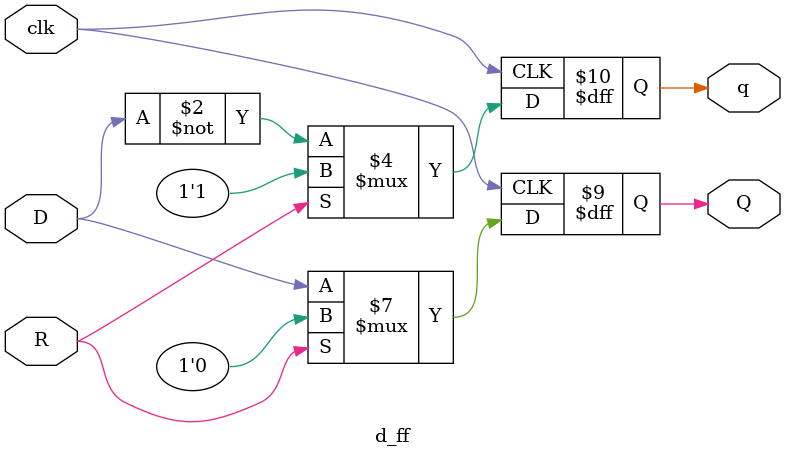
<source format=v>
`timescale 1ns / 1ps
module d_ff(
    input D,
    input R,
    output reg Q,
    output reg q, 
    input clk 
    );
	 
	 always @(posedge clk)
	 if(R)
	 begin
	 Q = 1'b0;
	 q = 1'b1;
	 end
	 else
	 begin
	 Q = D;
	 q = ~D;
	 end


endmodule

</source>
